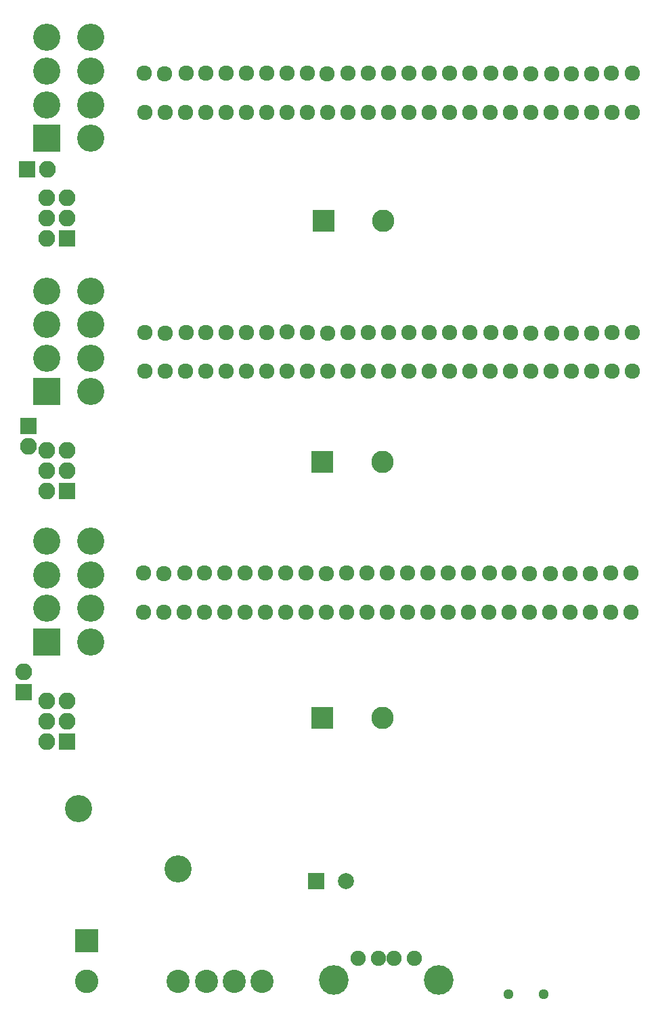
<source format=gbr>
G04 #@! TF.FileFunction,Soldermask,Bot*
%FSLAX46Y46*%
G04 Gerber Fmt 4.6, Leading zero omitted, Abs format (unit mm)*
G04 Created by KiCad (PCBNEW 4.0.4-stable) date 05/10/17 13:02:38*
%MOMM*%
%LPD*%
G01*
G04 APERTURE LIST*
%ADD10C,0.100000*%
%ADD11C,1.924000*%
%ADD12R,2.800000X2.800000*%
%ADD13C,2.800000*%
%ADD14C,1.299160*%
%ADD15C,2.900000*%
%ADD16R,2.940000X2.940000*%
%ADD17C,2.940000*%
%ADD18C,1.908000*%
%ADD19C,3.702000*%
%ADD20R,2.000000X2.000000*%
%ADD21C,2.000000*%
%ADD22R,2.100000X2.100000*%
%ADD23O,2.100000X2.100000*%
%ADD24C,3.400000*%
%ADD25R,3.400000X3.400000*%
G04 APERTURE END LIST*
D10*
D11*
X44680000Y-91350000D03*
X47220000Y-91350000D03*
X49760000Y-91350000D03*
X52300000Y-91350000D03*
X54840000Y-91350000D03*
X57380000Y-91350000D03*
X59920000Y-91350000D03*
X62460000Y-91350000D03*
X65000000Y-91350000D03*
X67540000Y-91350000D03*
X70080000Y-91350000D03*
X72620000Y-91350000D03*
X75160000Y-91350000D03*
X77700000Y-91350000D03*
X80240000Y-91350000D03*
X82780000Y-91350000D03*
X85320000Y-91350000D03*
X87860000Y-91350000D03*
X90400000Y-91350000D03*
X92940000Y-91350000D03*
X95480000Y-91350000D03*
X98020000Y-91350000D03*
X100560000Y-91350000D03*
X103100000Y-91350000D03*
X105640000Y-86500000D03*
X103036500Y-86500000D03*
X100560000Y-86563500D03*
X98020000Y-86563500D03*
X95543500Y-86563500D03*
X92940000Y-86563500D03*
X90400000Y-86500000D03*
X87923500Y-86500000D03*
X85320000Y-86500000D03*
X82780000Y-86500000D03*
X80240000Y-86500000D03*
X77700000Y-86500000D03*
X75160000Y-86500000D03*
X72620000Y-86500000D03*
X70080000Y-86500000D03*
X67476500Y-86563500D03*
X65000000Y-86500000D03*
X62460000Y-86436500D03*
X59920000Y-86500000D03*
X57380000Y-86500000D03*
X54840000Y-86500000D03*
X52300000Y-86500000D03*
X49823500Y-86500000D03*
X47156500Y-86563500D03*
X44616500Y-86500000D03*
X44680000Y-91350000D03*
X105640000Y-91350000D03*
X44840000Y-61250000D03*
X47380000Y-61250000D03*
X49920000Y-61250000D03*
X52460000Y-61250000D03*
X55000000Y-61250000D03*
X57540000Y-61250000D03*
X60080000Y-61250000D03*
X62620000Y-61250000D03*
X65160000Y-61250000D03*
X67700000Y-61250000D03*
X70240000Y-61250000D03*
X72780000Y-61250000D03*
X75320000Y-61250000D03*
X77860000Y-61250000D03*
X80400000Y-61250000D03*
X82940000Y-61250000D03*
X85480000Y-61250000D03*
X88020000Y-61250000D03*
X90560000Y-61250000D03*
X93100000Y-61250000D03*
X95640000Y-61250000D03*
X98180000Y-61250000D03*
X100720000Y-61250000D03*
X103260000Y-61250000D03*
X105800000Y-56400000D03*
X103196500Y-56400000D03*
X100720000Y-56463500D03*
X98180000Y-56463500D03*
X95703500Y-56463500D03*
X93100000Y-56463500D03*
X90560000Y-56400000D03*
X88083500Y-56400000D03*
X85480000Y-56400000D03*
X82940000Y-56400000D03*
X80400000Y-56400000D03*
X77860000Y-56400000D03*
X75320000Y-56400000D03*
X72780000Y-56400000D03*
X70240000Y-56400000D03*
X67636500Y-56463500D03*
X65160000Y-56400000D03*
X62620000Y-56336500D03*
X60080000Y-56400000D03*
X57540000Y-56400000D03*
X55000000Y-56400000D03*
X52460000Y-56400000D03*
X49983500Y-56400000D03*
X47316500Y-56463500D03*
X44776500Y-56400000D03*
X44840000Y-61250000D03*
X105800000Y-61250000D03*
X44800000Y-28850000D03*
X47340000Y-28850000D03*
X49880000Y-28850000D03*
X52420000Y-28850000D03*
X54960000Y-28850000D03*
X57500000Y-28850000D03*
X60040000Y-28850000D03*
X62580000Y-28850000D03*
X65120000Y-28850000D03*
X67660000Y-28850000D03*
X70200000Y-28850000D03*
X72740000Y-28850000D03*
X75280000Y-28850000D03*
X77820000Y-28850000D03*
X80360000Y-28850000D03*
X82900000Y-28850000D03*
X85440000Y-28850000D03*
X87980000Y-28850000D03*
X90520000Y-28850000D03*
X93060000Y-28850000D03*
X95600000Y-28850000D03*
X98140000Y-28850000D03*
X100680000Y-28850000D03*
X103220000Y-28850000D03*
X105760000Y-24000000D03*
X103156500Y-24000000D03*
X100680000Y-24063500D03*
X98140000Y-24063500D03*
X95663500Y-24063500D03*
X93060000Y-24063500D03*
X90520000Y-24000000D03*
X88043500Y-24000000D03*
X85440000Y-24000000D03*
X82900000Y-24000000D03*
X80360000Y-24000000D03*
X77820000Y-24000000D03*
X75280000Y-24000000D03*
X72740000Y-24000000D03*
X70200000Y-24000000D03*
X67596500Y-24063500D03*
X65120000Y-24000000D03*
X62580000Y-23936500D03*
X60040000Y-24000000D03*
X57500000Y-24000000D03*
X54960000Y-24000000D03*
X52420000Y-24000000D03*
X49943500Y-24000000D03*
X47276500Y-24063500D03*
X44736500Y-24000000D03*
X44800000Y-28850000D03*
X105760000Y-28850000D03*
D12*
X67000000Y-104600000D03*
D13*
X74500000Y-104600000D03*
D12*
X67140000Y-42410000D03*
D13*
X74640000Y-42410000D03*
D12*
X67000000Y-72600000D03*
D13*
X74500000Y-72600000D03*
D14*
X90300360Y-139149100D03*
X94699640Y-139149100D03*
D15*
X49000000Y-137500000D03*
X52500000Y-137500000D03*
X56000000Y-137500000D03*
X59500000Y-137500000D03*
D16*
X37500000Y-132460000D03*
D17*
X37500000Y-137540000D03*
D18*
X71499900Y-134629900D03*
X74000000Y-134629900D03*
X76000000Y-134629900D03*
X78500100Y-134629900D03*
D19*
X68429900Y-137339900D03*
X81570100Y-137339900D03*
D20*
X66200000Y-125000000D03*
D21*
X70000000Y-125000000D03*
D22*
X35040000Y-44640000D03*
D23*
X32500000Y-44640000D03*
X35040000Y-42100000D03*
X32500000Y-42100000D03*
X35040000Y-39560000D03*
X32500000Y-39560000D03*
D22*
X35040000Y-76180000D03*
D23*
X32500000Y-76180000D03*
X35040000Y-73640000D03*
X32500000Y-73640000D03*
X35040000Y-71100000D03*
X32500000Y-71100000D03*
D22*
X35040000Y-107580000D03*
D23*
X32500000Y-107580000D03*
X35040000Y-105040000D03*
X32500000Y-105040000D03*
X35040000Y-102500000D03*
X32500000Y-102500000D03*
D24*
X36500000Y-115930000D03*
X49000000Y-123430000D03*
D25*
X32500000Y-32131000D03*
D24*
X32500000Y-27931000D03*
X32500000Y-23731000D03*
X32500000Y-19531000D03*
X38000000Y-32131000D03*
X38000000Y-27931000D03*
X38000000Y-23731000D03*
X38000000Y-19531000D03*
D25*
X32500000Y-63800000D03*
D24*
X32500000Y-59600000D03*
X32500000Y-55400000D03*
X32500000Y-51200000D03*
X38000000Y-63800000D03*
X38000000Y-59600000D03*
X38000000Y-55400000D03*
X38000000Y-51200000D03*
D25*
X32500000Y-95100000D03*
D24*
X32500000Y-90900000D03*
X32500000Y-86700000D03*
X32500000Y-82500000D03*
X38000000Y-95100000D03*
X38000000Y-90900000D03*
X38000000Y-86700000D03*
X38000000Y-82500000D03*
D22*
X30060000Y-35980000D03*
D23*
X32600000Y-35980000D03*
D22*
X30250000Y-68100000D03*
D23*
X30250000Y-70640000D03*
D22*
X29700000Y-101330000D03*
D23*
X29700000Y-98790000D03*
M02*

</source>
